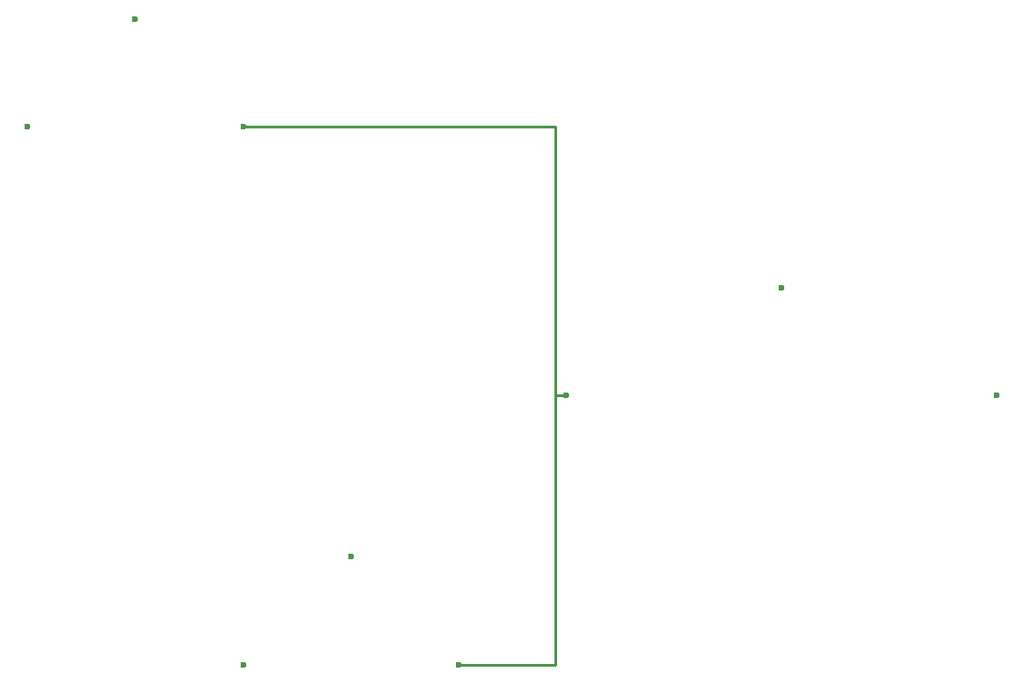
<source format=gbl>
G04 Created with the python gerber_writer 0.4.3.3*
G04 #@! TF.CreationDate,2024-09-25T19:14:25.002008*
G04 #@! TF.FileFunction,Copper,L4,Bottom,Signal*
G04 #@! TF.FilePolarity,Positive*
G04 #@! TF.GenerationSoftware,Devices-Lab,MakeDevice,0.1*
%MOMM*%
%FSLAX36Y36*%
G75*
G04 #@! TA.AperFunction,Conductor*
G04 #@! TAShape,Circle,0.254*
%ADD10C,0.254*%
G04 #@! TD*
G04 #@! TA.AperFunction,ViaPad*
G04 #@! TAShape,Circle,0.6*
%ADD11C,0.6*%
G04 #@! TD*
%LPD*%
D10*
X-5000000Y-25000000D02*
G01*
X4000000Y-25000000D01*
X4000000Y0D01*
X5000000Y0D01*
X-25000000Y25000000D02*
X4000000Y25000000D01*
X4000000Y0D01*
X5000000Y0D01*
D11*
X-15000000Y-15000000D03*
X-35000000Y35000000D03*
X45000000Y0D03*
X-5000000Y-25000000D03*
X-25000000Y25000000D03*
X5000000Y0D03*
X-25000000Y-25000000D03*
X-45000000Y25000000D03*
X25000000Y10000000D03*
M02*
</source>
